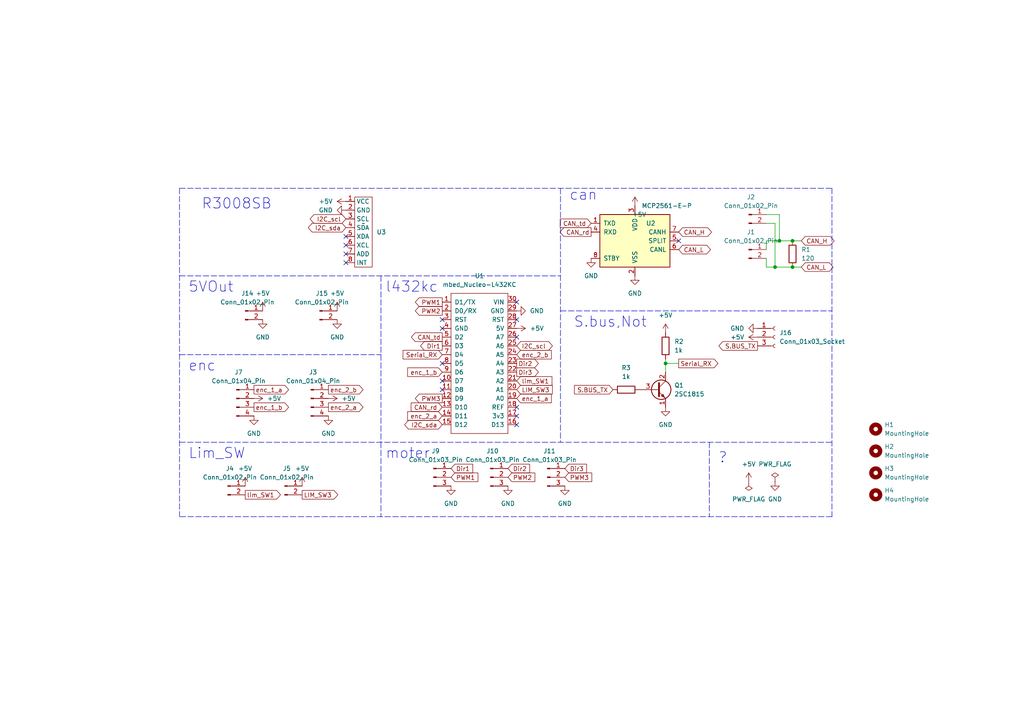
<source format=kicad_sch>
(kicad_sch (version 20230121) (generator eeschema)
  (paper "A4")
  (lib_symbols
    (symbol "Connector:Conn_01x02_Pin" (pin_names (offset 1.016) hide)
      (property "Reference" "J" (at 0 2.54 0))
      (property "Value" "Conn_01x02_Pin" (at 0 -5.08 0))
      (symbol "Conn_01x02_Pin_1_1"
        (polyline (pts (xy 1.27 -2.54) (xy 0.8636 -2.54)) (stroke (width 0.1524)))
        (polyline (pts (xy 1.27 0) (xy 0.8636 0)) (stroke (width 0.1524)))
        (rectangle (start 0.8636 -2.413) (end 0 -2.667) (stroke (width 0.1524)) (fill (type outline)))
        (rectangle (start 0.8636 0.127) (end 0 -0.127) (stroke (width 0.1524)) (fill (type outline)))
        (pin passive line (at 5.08 0 180) (length 3.81) (name "Pin_1") (number "1"))
        (pin passive line (at 5.08 -2.54 180) (length 3.81) (name "Pin_2") (number "2"))
      )
    )
    (symbol "Connector:Conn_01x03_Pin" (pin_names (offset 1.016) hide)
      (property "Reference" "J" (at 0 5.08 0))
      (property "Value" "Conn_01x03_Pin" (at 0 -5.08 0))
      (symbol "Conn_01x03_Pin_1_1"
        (polyline (pts (xy 1.27 -2.54) (xy 0.8636 -2.54)) (stroke (width 0.1524)))
        (polyline (pts (xy 1.27 0) (xy 0.8636 0)) (stroke (width 0.1524)))
        (polyline (pts (xy 1.27 2.54) (xy 0.8636 2.54)) (stroke (width 0.1524)))
        (rectangle (start 0.8636 -2.413) (end 0 -2.667) (stroke (width 0.1524)) (fill (type outline)))
        (rectangle (start 0.8636 0.127) (end 0 -0.127) (stroke (width 0.1524)) (fill (type outline)))
        (rectangle (start 0.8636 2.667) (end 0 2.413) (stroke (width 0.1524)) (fill (type outline)))
        (pin passive line (at 5.08 2.54 180) (length 3.81) (name "Pin_1") (number "1"))
        (pin passive line (at 5.08 0 180) (length 3.81) (name "Pin_2") (number "2"))
        (pin passive line (at 5.08 -2.54 180) (length 3.81) (name "Pin_3") (number "3"))
      )
    )
    (symbol "Connector:Conn_01x03_Socket" (pin_names (offset 1.016) hide)
      (property "Reference" "J" (at 0 5.08 0))
      (property "Value" "Conn_01x03_Socket" (at 0 -5.08 0))
      (symbol "Conn_01x03_Socket_1_1"
        (arc (start 0 -2.032) (mid -0.5058 -2.54) (end 0 -3.048) (stroke (width 0.1524)))
        (polyline (pts (xy -1.27 -2.54) (xy -0.508 -2.54)) (stroke (width 0.1524)))
        (polyline (pts (xy -1.27 0) (xy -0.508 0)) (stroke (width 0.1524)))
        (polyline (pts (xy -1.27 2.54) (xy -0.508 2.54)) (stroke (width 0.1524)))
        (arc (start 0 0.508) (mid -0.5058 0) (end 0 -0.508) (stroke (width 0.1524)))
        (arc (start 0 3.048) (mid -0.5058 2.54) (end 0 2.032) (stroke (width 0.1524)))
        (pin passive line (at -5.08 2.54 0) (length 3.81) (name "Pin_1") (number "1"))
        (pin passive line (at -5.08 0 0) (length 3.81) (name "Pin_2") (number "2"))
        (pin passive line (at -5.08 -2.54 0) (length 3.81) (name "Pin_3") (number "3"))
      )
    )
    (symbol "Connector:Conn_01x04_Pin" (pin_names (offset 1.016) hide)
      (property "Reference" "J" (at 0 5.08 0))
      (property "Value" "Conn_01x04_Pin" (at 0 -7.62 0))
      (symbol "Conn_01x04_Pin_1_1"
        (polyline (pts (xy 1.27 -5.08) (xy 0.8636 -5.08)) (stroke (width 0.1524)))
        (polyline (pts (xy 1.27 -2.54) (xy 0.8636 -2.54)) (stroke (width 0.1524)))
        (polyline (pts (xy 1.27 0) (xy 0.8636 0)) (stroke (width 0.1524)))
        (polyline (pts (xy 1.27 2.54) (xy 0.8636 2.54)) (stroke (width 0.1524)))
        (rectangle (start 0.8636 -4.953) (end 0 -5.207) (stroke (width 0.1524)) (fill (type outline)))
        (rectangle (start 0.8636 -2.413) (end 0 -2.667) (stroke (width 0.1524)) (fill (type outline)))
        (rectangle (start 0.8636 0.127) (end 0 -0.127) (stroke (width 0.1524)) (fill (type outline)))
        (rectangle (start 0.8636 2.667) (end 0 2.413) (stroke (width 0.1524)) (fill (type outline)))
        (pin passive line (at 5.08 2.54 180) (length 3.81) (name "Pin_1") (number "1"))
        (pin passive line (at 5.08 0 180) (length 3.81) (name "Pin_2") (number "2"))
        (pin passive line (at 5.08 -2.54 180) (length 3.81) (name "Pin_3") (number "3"))
        (pin passive line (at 5.08 -5.08 180) (length 3.81) (name "Pin_4") (number "4"))
      )
    )
    (symbol "Device:R" (pin_numbers hide) (pin_names (offset 0))
      (property "Reference" "R" (at 2.032 0 90))
      (property "Value" "R" (at 0 0 90))
      (symbol "R_0_1"
        (rectangle (start -1.016 -2.54) (end 1.016 2.54) (stroke (width 0.254)))
      )
      (symbol "R_1_1"
        (pin passive line (at 0 3.81 270) (length 1.27) (name "~") (number "1"))
        (pin passive line (at 0 -3.81 90) (length 1.27) (name "~") (number "2"))
      )
    )
    (symbol "Interface_CAN_LIN:MCP2561-E-P" (pin_names (offset 1.016))
      (property "Reference" "U" (at -10.16 8.89 0))
      (property "Value" "MCP2561-E-P" (at 2.54 8.89 0))
      (symbol "MCP2561-E-P_0_1"
        (rectangle (start -10.16 7.62) (end 10.16 -7.62) (stroke (width 0.254)) (fill (type background)))
      )
      (symbol "MCP2561-E-P_1_1"
        (pin input line (at -12.7 5.08 0) (length 2.54) (name "TXD") (number "1"))
        (pin power_in line (at 0 -10.16 90) (length 2.54) (name "VSS") (number "2"))
        (pin power_in line (at 0 10.16 270) (length 2.54) (name "VDD") (number "3"))
        (pin output line (at -12.7 2.54 0) (length 2.54) (name "RXD") (number "4"))
        (pin passive line (at 12.7 0 180) (length 2.54) (name "SPLIT") (number "5"))
        (pin bidirectional line (at 12.7 -2.54 180) (length 2.54) (name "CANL") (number "6"))
        (pin bidirectional line (at 12.7 2.54 180) (length 2.54) (name "CANH") (number "7"))
        (pin input line (at -12.7 -5.08 0) (length 2.54) (name "STBY") (number "8"))
      )
    )
    (symbol "MPU6050:MPU6050"
      (property "Reference" "U" (at 0 12.7 0))
      (symbol "MPU6050_0_1"
        (polyline (pts (xy 2.54 11.43) (xy 2.54 -8.89) (xy -2.54 -8.89) (xy -2.54 11.43) (xy 2.54 11.43)))
      )
      (symbol "MPU6050_1_1"
        (pin power_in line (at -5.08 10.16 0) (length 2.54) (name "VCC") (number "1"))
        (pin output line (at -5.08 7.62 0) (length 2.54) (name "GND") (number "2"))
        (pin bidirectional line (at -5.08 5.08 0) (length 2.54) (name "SCL") (number "3"))
        (pin bidirectional line (at -5.08 2.54 0) (length 2.54) (name "SDA") (number "4"))
        (pin passive line (at -5.08 0 0) (length 2.54) (name "XDA") (number "5"))
        (pin passive line (at -5.08 -2.54 0) (length 2.54) (name "XCL") (number "6"))
        (pin passive line (at -5.08 -5.08 0) (length 2.54) (name "ADD") (number "7"))
        (pin passive line (at -5.08 -7.62 0) (length 2.54) (name "INT") (number "8"))
      )
    )
    (symbol "Mechanical:MountingHole" (pin_names (offset 1.016))
      (property "Reference" "H" (at 0 5.08 0))
      (property "Value" "MountingHole" (at 0 3.175 0))
      (symbol "MountingHole_0_1"
        (circle (center 0 0) (radius 1.27) (stroke (width 1.27)))
      )
    )
    (symbol "Slave2022-rescue:Nucleo-L432KC-mbed" (pin_names (offset 1.016))
      (property "Reference" "U" (at 0 21.59 0))
      (property "Value" "mbed_Nucleo-L432KC" (at 0 24.13 0))
      (symbol "Nucleo-L432KC-mbed_0_1"
        (rectangle (start -8.89 -20.32) (end 7.62 -20.32))
        (rectangle (start -8.89 20.32) (end -8.89 -20.32))
        (rectangle (start 7.62 -20.32) (end 7.62 20.32))
        (rectangle (start 7.62 20.32) (end -8.89 20.32))
      )
      (symbol "Nucleo-L432KC-mbed_1_1"
        (pin output line (at -11.43 17.78 0) (length 2.54) (name "D1/TX") (number "1"))
        (pin bidirectional line (at -11.43 -5.08 0) (length 2.54) (name "D7") (number "10"))
        (pin bidirectional line (at -11.43 -7.62 0) (length 2.54) (name "D8") (number "11"))
        (pin bidirectional line (at -11.43 -10.16 0) (length 2.54) (name "D9") (number "12"))
        (pin bidirectional line (at -11.43 -12.7 0) (length 2.54) (name "D10") (number "13"))
        (pin bidirectional line (at -11.43 -15.24 0) (length 2.54) (name "D11") (number "14"))
        (pin bidirectional line (at -11.43 -17.78 0) (length 2.54) (name "D12") (number "15"))
        (pin bidirectional line (at 10.16 -17.78 180) (length 2.54) (name "D13") (number "16"))
        (pin bidirectional line (at 10.16 -15.24 180) (length 2.54) (name "3v3") (number "17"))
        (pin bidirectional line (at 10.16 -12.7 180) (length 2.54) (name "REF") (number "18"))
        (pin bidirectional line (at 10.16 -10.16 180) (length 2.54) (name "A0") (number "19"))
        (pin input line (at -11.43 15.24 0) (length 2.54) (name "D0/RX") (number "2"))
        (pin bidirectional line (at 10.16 -7.62 180) (length 2.54) (name "A1") (number "20"))
        (pin bidirectional line (at 10.16 -5.08 180) (length 2.54) (name "A2") (number "21"))
        (pin bidirectional line (at 10.16 -2.54 180) (length 2.54) (name "A3") (number "22"))
        (pin bidirectional line (at 10.16 0 180) (length 2.54) (name "A4") (number "23"))
        (pin bidirectional line (at 10.16 2.54 180) (length 2.54) (name "A5") (number "24"))
        (pin bidirectional line (at 10.16 5.08 180) (length 2.54) (name "A6") (number "25"))
        (pin bidirectional line (at 10.16 7.62 180) (length 2.54) (name "A7") (number "26"))
        (pin power_out line (at 10.16 10.16 180) (length 2.54) (name "5V") (number "27"))
        (pin bidirectional line (at 10.16 12.7 180) (length 2.54) (name "RST") (number "28"))
        (pin bidirectional line (at 10.16 15.24 180) (length 2.54) (name "GND") (number "29"))
        (pin bidirectional line (at -11.43 12.7 0) (length 2.54) (name "RST") (number "3"))
        (pin bidirectional line (at 10.16 17.78 180) (length 2.54) (name "VIN") (number "30"))
        (pin input line (at -11.43 10.16 0) (length 2.54) (name "GND") (number "4"))
        (pin bidirectional line (at -11.43 7.62 0) (length 2.54) (name "D2") (number "5"))
        (pin bidirectional line (at -11.43 5.08 0) (length 2.54) (name "D3") (number "6"))
        (pin bidirectional line (at -11.43 2.54 0) (length 2.54) (name "D4") (number "7"))
        (pin bidirectional line (at -11.43 0 0) (length 2.54) (name "D5") (number "8"))
        (pin bidirectional line (at -11.43 -2.54 0) (length 2.54) (name "D6") (number "9"))
      )
    )
    (symbol "Transistor_BJT:2SC1815" (pin_names (offset 0) hide)
      (property "Reference" "Q" (at 5.08 1.905 0))
      (property "Value" "2SC1815" (at 5.08 0 0))
      (symbol "2SC1815_0_1"
        (polyline (pts (xy 0 0) (xy 0.508 0)))
        (polyline (pts (xy 0.635 0.635) (xy 2.54 2.54)))
        (polyline (pts (xy 0.635 -0.635) (xy 2.54 -2.54) (xy 2.54 -2.54)))
        (polyline (pts (xy 0.635 1.905) (xy 0.635 -1.905) (xy 0.635 -1.905)) (stroke (width 0.508)))
        (polyline (pts (xy 1.27 -1.778) (xy 1.778 -1.27) (xy 2.286 -2.286) (xy 1.27 -1.778) (xy 1.27 -1.778)) (fill (type outline)))
        (circle (center 1.27 0) (radius 2.8194) (stroke (width 0.254)))
      )
      (symbol "2SC1815_1_1"
        (pin passive line (at 2.54 -5.08 90) (length 2.54) (name "E") (number "1"))
        (pin passive line (at 2.54 5.08 270) (length 2.54) (name "C") (number "2"))
        (pin input line (at -5.08 0 0) (length 5.08) (name "B") (number "3"))
      )
    )
    (symbol "power:+5V" (power) (pin_names (offset 0))
      (property "Value" "+5V" (at 0 3.556 0))
      (symbol "+5V_0_1"
        (polyline (pts (xy -0.762 1.27) (xy 0 2.54)))
        (polyline (pts (xy 0 0) (xy 0 2.54)))
        (polyline (pts (xy 0 2.54) (xy 0.762 1.27)))
      )
      (symbol "+5V_1_1"
        (pin power_in line (at 0 0 90) (length 0) hide (name "+5V") (number "1"))
      )
    )
    (symbol "power:GND" (power) (pin_names (offset 0))
      (property "Value" "GND" (at 0 -3.81 0))
      (symbol "GND_0_1"
        (polyline (pts (xy 0 0) (xy 0 -1.27) (xy 1.27 -1.27) (xy 0 -2.54) (xy -1.27 -1.27) (xy 0 -1.27)))
      )
      (symbol "GND_1_1"
        (pin power_in line (at 0 0 270) (length 0) hide (name "GND") (number "1"))
      )
    )
    (symbol "power:PWR_FLAG" (power) (pin_numbers hide) (pin_names (offset 0) hide)
      (property "Value" "PWR_FLAG" (at 0 3.81 0))
      (symbol "PWR_FLAG_0_0"
        (pin power_out line (at 0 0 90) (length 0) (name "pwr") (number "1"))
      )
      (symbol "PWR_FLAG_0_1"
        (polyline (pts (xy 0 0) (xy 0 1.27) (xy -1.016 1.905) (xy 0 2.54) (xy 1.016 1.905) (xy 0 1.27)))
      )
    )
  )
  (junction (at 224.79 77.47))
  (junction (at 193.04 105.41))
  (junction (at 226.06 69.85))
  (junction (at 229.87 69.85))
  (junction (at 229.87 77.47))
  (no_connect (at 128.27 110.49))
  (no_connect (at 128.27 92.71))
  (no_connect (at 100.33 68.58))
  (no_connect (at 149.86 92.71))
  (no_connect (at 149.86 120.65))
  (no_connect (at 100.33 71.12))
  (no_connect (at 128.27 105.41))
  (no_connect (at 128.27 95.25))
  (no_connect (at 149.86 97.79))
  (no_connect (at 100.33 76.2))
  (no_connect (at 100.33 73.66))
  (no_connect (at 149.86 123.19))
  (no_connect (at 196.85 69.85))
  (no_connect (at 128.27 113.03))
  (no_connect (at 149.86 118.11))
  (no_connect (at 149.86 87.63))
  (wire (pts (xy 232.41 69.85) (xy 229.87 69.85)))
  (wire (pts (xy 222.25 64.77) (xy 224.79 64.77)))
  (polyline (pts (xy 52.07 80.01) (xy 162.56 80.01)) (stroke (width 0) (type dash)))
  (wire (pts (xy 222.25 77.47) (xy 224.79 77.47)))
  (wire (pts (xy 222.25 69.85) (xy 226.06 69.85)))
  (polyline (pts (xy 110.49 80.01) (xy 110.49 102.87)) (stroke (width 0) (type dash)))
  (wire (pts (xy 193.04 104.14) (xy 193.04 105.41)))
  (polyline (pts (xy 52.07 128.27) (xy 241.3 128.27)) (stroke (width 0) (type dash)))
  (polyline (pts (xy 241.3 54.61) (xy 241.3 149.86)) (stroke (width 0) (type dash)))
  (polyline (pts (xy 110.49 128.27) (xy 110.49 149.86)) (stroke (width 0) (type dash)))
  (polyline (pts (xy 52.07 102.87) (xy 110.49 102.87)) (stroke (width 0) (type dash)))
  (wire (pts (xy 193.04 105.41) (xy 193.04 107.95)))
  (polyline (pts (xy 52.07 54.61) (xy 52.07 149.86)) (stroke (width 0) (type dash)))
  (wire (pts (xy 222.25 72.39) (xy 222.25 69.85)))
  (polyline (pts (xy 162.56 54.61) (xy 162.56 128.27)) (stroke (width 0) (type dash)))
  (wire (pts (xy 224.79 77.47) (xy 229.87 77.47)))
  (wire (pts (xy 224.79 64.77) (xy 224.79 77.47)))
  (polyline (pts (xy 52.07 54.61) (xy 241.3 54.61)) (stroke (width 0) (type dash)))
  (wire (pts (xy 232.41 77.47) (xy 229.87 77.47)))
  (wire (pts (xy 222.25 74.93) (xy 222.25 77.47)))
  (wire (pts (xy 226.06 62.23) (xy 226.06 69.85)))
  (polyline (pts (xy 205.74 128.27) (xy 205.74 149.86)) (stroke (width 0) (type dash)))
  (wire (pts (xy 226.06 69.85) (xy 229.87 69.85)))
  (polyline (pts (xy 241.3 149.86) (xy 52.07 149.86)) (stroke (width 0) (type dash)))
  (polyline (pts (xy 162.56 90.17) (xy 241.3 90.17)) (stroke (width 0) (type dash)))
  (wire (pts (xy 196.85 105.41) (xy 193.04 105.41)))
  (wire (pts (xy 222.25 62.23) (xy 226.06 62.23)))
  (polyline (pts (xy 110.49 102.87) (xy 110.49 128.27)) (stroke (width 0) (type dash)))
  (text "Lim_SW" (at 54.61 133.35 0) (effects (font (size 3 3)) (justify left bottom)))
  (text "R3008SB" (at 58.42 60.96 0) (effects (font (size 3 3)) (justify left bottom)))
  (text "moter" (at 111.76 133.35 0) (effects (font (size 3 3)) (justify left bottom)))
  (text "5VOut" (at 54.61 85.09 0) (effects (font (size 3 3)) (justify left bottom)))
  (text "S.bus,Not" (at 166.37 95.25 0) (effects (font (size 3 3)) (justify left bottom)))
  (text "enc" (at 54.61 107.95 0) (effects (font (size 3 3)) (justify left bottom)))
  (text "can" (at 165.1 58.42 0) (effects (font (size 3 3)) (justify left bottom)))
  (text "?" (at 208.28 134.62 0) (effects (font (size 3 3)) (justify left bottom)))
  (text "l432kc" (at 111.76 85.09 0) (effects (font (size 3 3)) (justify left bottom)))
  (global_label "CAN_L" (shape bidirectional) (at 196.85 72.39 0) (property "Intersheetrefs" "${INTERSHEET_REFS}" (effects hide)))
  (global_label "PWM1" (shape output) (at 128.27 87.63 180) (property "Intersheetrefs" "${INTERSHEET_REFS}" (effects hide)))
  (global_label "LIM_SW3" (shape input) (at 149.86 113.03 0) (property "Intersheetrefs" "${INTERSHEET_REFS}" (effects hide)))
  (global_label "CAN_td" (shape output) (at 128.27 97.79 180) (property "Intersheetrefs" "${INTERSHEET_REFS}" (effects hide)))
  (global_label "PWM3" (shape output) (at 128.27 115.57 180) (property "Intersheetrefs" "${INTERSHEET_REFS}" (effects hide)))
  (global_label "Dir2" (shape input) (at 147.32 135.89 0) (property "Intersheetrefs" "${INTERSHEET_REFS}" (effects hide)))
  (global_label "Dir1" (shape output) (at 128.27 100.33 180) (property "Intersheetrefs" "${INTERSHEET_REFS}" (effects hide)))
  (global_label "LIM_SW3" (shape output) (at 87.63 143.51 0) (property "Intersheetrefs" "${INTERSHEET_REFS}" (effects hide)))
  (global_label "I2C_sda" (shape bidirectional) (at 100.33 66.04 180) (property "Intersheetrefs" "${INTERSHEET_REFS}" (effects hide)))
  (global_label "CAN_rd" (shape output) (at 171.45 67.31 180) (property "Intersheetrefs" "${INTERSHEET_REFS}" (effects hide)))
  (global_label "CAN_td" (shape input) (at 171.45 64.77 180) (property "Intersheetrefs" "${INTERSHEET_REFS}" (effects hide)))
  (global_label "Serial_RX" (shape output) (at 196.85 105.41 0) (property "Intersheetrefs" "${INTERSHEET_REFS}" (effects hide)))
  (global_label "enc_2_a" (shape output) (at 95.25 118.11 0) (property "Intersheetrefs" "${INTERSHEET_REFS}" (effects hide)))
  (global_label "PWM1" (shape input) (at 130.81 138.43 0) (property "Intersheetrefs" "${INTERSHEET_REFS}" (effects hide)))
  (global_label "lim_SW1" (shape input) (at 149.86 110.49 0) (property "Intersheetrefs" "${INTERSHEET_REFS}" (effects hide)))
  (global_label "CAN_L" (shape bidirectional) (at 232.41 77.47 0) (property "Intersheetrefs" "${INTERSHEET_REFS}" (effects hide)))
  (global_label "I2C_sda" (shape bidirectional) (at 128.27 123.19 180) (property "Intersheetrefs" "${INTERSHEET_REFS}" (effects hide)))
  (global_label "S.BUS_TX" (shape output) (at 219.71 100.33 180) (property "Intersheetrefs" "${INTERSHEET_REFS}" (effects hide)))
  (global_label "PWM2" (shape output) (at 128.27 90.17 180) (property "Intersheetrefs" "${INTERSHEET_REFS}" (effects hide)))
  (global_label "CAN_H" (shape bidirectional) (at 232.41 69.85 0) (property "Intersheetrefs" "${INTERSHEET_REFS}" (effects hide)))
  (global_label "enc_1_b" (shape input) (at 128.27 107.95 180) (property "Intersheetrefs" "${INTERSHEET_REFS}" (effects hide)))
  (global_label "Dir3" (shape output) (at 149.86 107.95 0) (property "Intersheetrefs" "${INTERSHEET_REFS}" (effects hide)))
  (global_label "PWM2" (shape input) (at 147.32 138.43 0) (property "Intersheetrefs" "${INTERSHEET_REFS}" (effects hide)))
  (global_label "enc_1_a" (shape output) (at 73.66 113.03 0) (property "Intersheetrefs" "${INTERSHEET_REFS}" (effects hide)))
  (global_label "I2C_scl" (shape bidirectional) (at 149.86 100.33 0) (property "Intersheetrefs" "${INTERSHEET_REFS}" (effects hide)))
  (global_label "CAN_H" (shape bidirectional) (at 196.85 67.31 0) (property "Intersheetrefs" "${INTERSHEET_REFS}" (effects hide)))
  (global_label "Serial_RX" (shape input) (at 128.27 102.87 180) (property "Intersheetrefs" "${INTERSHEET_REFS}" (effects hide)))
  (global_label "S.BUS_TX" (shape input) (at 177.8 113.03 180) (property "Intersheetrefs" "${INTERSHEET_REFS}" (effects hide)))
  (global_label "Dir1" (shape input) (at 130.81 135.89 0) (property "Intersheetrefs" "${INTERSHEET_REFS}" (effects hide)))
  (global_label "lim_SW1" (shape output) (at 71.12 143.51 0) (property "Intersheetrefs" "${INTERSHEET_REFS}" (effects hide)))
  (global_label "Dir3" (shape input) (at 163.83 135.89 0) (property "Intersheetrefs" "${INTERSHEET_REFS}" (effects hide)))
  (global_label "enc_2_b" (shape output) (at 95.25 113.03 0) (property "Intersheetrefs" "${INTERSHEET_REFS}" (effects hide)))
  (global_label "enc_2_a" (shape input) (at 128.27 120.65 180) (property "Intersheetrefs" "${INTERSHEET_REFS}" (effects hide)))
  (global_label "enc_1_b" (shape output) (at 73.66 118.11 0) (property "Intersheetrefs" "${INTERSHEET_REFS}" (effects hide)))
  (global_label "enc_1_a" (shape input) (at 149.86 115.57 0) (property "Intersheetrefs" "${INTERSHEET_REFS}" (effects hide)))
  (global_label "enc_2_b" (shape input) (at 149.86 102.87 0) (property "Intersheetrefs" "${INTERSHEET_REFS}" (effects hide)))
  (global_label "I2C_scl" (shape bidirectional) (at 100.33 63.5 180) (property "Intersheetrefs" "${INTERSHEET_REFS}" (effects hide)))
  (global_label "CAN_rd" (shape input) (at 128.27 118.11 180) (property "Intersheetrefs" "${INTERSHEET_REFS}" (effects hide)))
  (global_label "Dir2" (shape output) (at 149.86 105.41 0) (property "Intersheetrefs" "${INTERSHEET_REFS}" (effects hide)))
  (global_label "PWM3" (shape input) (at 163.83 138.43 0) (property "Intersheetrefs" "${INTERSHEET_REFS}" (effects hide)))
  (symbol (lib_id "Interface_CAN_LIN:MCP2561-E-P") (at 184.15 69.85 0) (unit 1)
    (property "Reference" "U2" (at 187.3759 64.77 0) (effects (justify left)))
    (property "Value" "MCP2561-E-P" (at 186.1059 59.69 0) (effects (justify left)))
    (property "Footprint" "Package_DIP:DIP-8_W7.62mm" (effects hide))
    (property "Datasheet" "http://ww1.microchip.com/downloads/en/DeviceDoc/25167A.pdf" (effects hide))
  )
  (symbol (lib_id "Connector:Conn_01x02_Pin") (at 82.55 140.97 0) (unit 1)
    (property "Reference" "J5" (at 83.185 135.89 0))
    (property "Value" "Conn_01x02_Pin" (at 83.185 138.43 0))
    (property "Footprint" "Connector_JST:JST_XH_S2B-XH-A_1x02_P2.50mm_Horizontal" (effects hide))
  )
  (symbol (lib_id "power:GND") (at 130.81 140.97 0) (unit 1)
    (property "Reference" "#PWR017" (effects hide))
    (property "Value" "GND" (at 130.81 146.05 0))
  )
  (symbol (lib_id "power:GND") (at 219.71 95.25 270) (unit 1)
    (property "Reference" "#PWR027" (effects hide))
    (property "Value" "GND" (at 215.9 95.25 90) (effects (justify right)))
  )
  (symbol (lib_id "power:PWR_FLAG") (at 217.17 139.7 180) (unit 1)
    (property "Reference" "#FLG02" (effects hide))
    (property "Value" "PWR_FLAG" (at 217.17 144.78 0))
  )
  (symbol (lib_id "Transistor_BJT:2SC1815") (at 190.5 113.03 0) (unit 1)
    (property "Reference" "Q1" (at 195.58 111.76 0) (effects (justify left)))
    (property "Value" "2SC1815" (at 195.58 114.3 0) (effects (justify left)))
    (property "Footprint" "Package_TO_SOT_THT:TO-92_Inline" (effects hide))
    (property "Datasheet" "https://media.digikey.com/pdf/Data%20Sheets/Toshiba%20PDFs/2SC1815.pdf" (effects hide))
  )
  (symbol (lib_id "Connector:Conn_01x02_Pin") (at 217.17 72.39 0) (unit 1)
    (property "Reference" "J1" (at 217.805 67.31 0))
    (property "Value" "Conn_01x02_Pin" (at 217.805 69.85 0))
    (property "Footprint" "Connector_JST:JST_XH_S2B-XH-A_1x02_P2.50mm_Horizontal" (effects hide))
  )
  (symbol (lib_id "Connector:Conn_01x03_Pin") (at 125.73 138.43 0) (unit 1)
    (property "Reference" "J9" (at 126.365 130.81 0))
    (property "Value" "Conn_01x03_Pin" (at 126.365 133.35 0))
    (property "Footprint" "Connector_JST:JST_XH_S3B-XH-A_1x03_P2.50mm_Horizontal" (effects hide))
  )
  (symbol (lib_id "power:+5V") (at 149.86 95.25 270) (unit 1)
    (property "Reference" "#PWR023" (effects hide))
    (property "Value" "+5V" (at 153.67 95.25 90) (effects (justify left)))
  )
  (symbol (lib_id "power:+5V") (at 87.63 140.97 0) (unit 1)
    (property "Reference" "#PWR06" (effects hide))
    (property "Value" "+5V" (at 87.63 135.89 0))
  )
  (symbol (lib_id "power:+5V") (at 184.15 59.69 0) (unit 1)
    (property "Reference" "#PWR01" (effects hide))
    (property "Value" "+5V" (at 185.42 62.23 0))
  )
  (symbol (lib_id "Mechanical:MountingHole") (at 254 130.81 0) (unit 1)
    (property "Reference" "H2" (at 256.54 129.54 0) (effects (justify left)))
    (property "Value" "MountingHole" (at 256.54 132.08 0) (effects (justify left)))
    (property "Footprint" "MountingHole:MountingHole_3.2mm_M3_Pad_Via" (effects hide))
  )
  (symbol (lib_id "power:GND") (at 163.83 140.97 0) (unit 1)
    (property "Reference" "#PWR015" (effects hide))
    (property "Value" "GND" (at 163.83 146.05 0))
  )
  (symbol (lib_id "power:+5V") (at 73.66 115.57 270) (unit 1)
    (property "Reference" "#PWR08" (effects hide))
    (property "Value" "+5V" (at 77.47 115.57 90) (effects (justify left)))
  )
  (symbol (lib_id "power:+5V") (at 219.71 97.79 90) (unit 1)
    (property "Reference" "#PWR028" (effects hide))
    (property "Value" "+5V" (at 215.9 97.79 90) (effects (justify left)))
  )
  (symbol (lib_id "Connector:Conn_01x02_Pin") (at 92.71 90.17 0) (unit 1)
    (property "Reference" "J15" (at 93.345 85.09 0))
    (property "Value" "Conn_01x02_Pin" (at 93.345 87.63 0))
    (property "Footprint" "Connector_JST:JST_XH_S2B-XH-A_1x02_P2.50mm_Horizontal" (effects hide))
  )
  (symbol (lib_id "power:GND") (at 76.2 92.71 0) (unit 1)
    (property "Reference" "#PWR021" (effects hide))
    (property "Value" "GND" (at 76.2 97.79 0))
  )
  (symbol (lib_id "Connector:Conn_01x02_Pin") (at 71.12 90.17 0) (unit 1)
    (property "Reference" "J14" (at 71.755 85.09 0))
    (property "Value" "Conn_01x02_Pin" (at 71.755 87.63 0))
    (property "Footprint" "Connector_JST:JST_XH_S2B-XH-A_1x02_P2.50mm_Horizontal" (effects hide))
  )
  (symbol (lib_id "power:PWR_FLAG") (at 224.79 139.7 0) (unit 1)
    (property "Reference" "#FLG01" (effects hide))
    (property "Value" "PWR_FLAG" (at 224.79 134.62 0))
  )
  (symbol (lib_id "power:GND") (at 95.25 120.65 0) (unit 1)
    (property "Reference" "#PWR09" (effects hide))
    (property "Value" "GND" (at 95.25 125.73 0))
  )
  (symbol (lib_id "Connector:Conn_01x04_Pin") (at 68.58 115.57 0) (unit 1)
    (property "Reference" "J7" (at 69.215 107.95 0))
    (property "Value" "Conn_01x04_Pin" (at 69.215 110.49 0))
    (property "Footprint" "Connector_JST:JST_XH_S4B-XH-A_1x04_P2.50mm_Horizontal" (effects hide))
  )
  (symbol (lib_id "power:GND") (at 97.79 92.71 0) (unit 1)
    (property "Reference" "#PWR022" (effects hide))
    (property "Value" "GND" (at 97.79 97.79 0))
  )
  (symbol (lib_id "Mechanical:MountingHole") (at 254 137.16 0) (unit 1)
    (property "Reference" "H3" (at 256.54 135.89 0) (effects (justify left)))
    (property "Value" "MountingHole" (at 256.54 138.43 0) (effects (justify left)))
    (property "Footprint" "MountingHole:MountingHole_3.2mm_M3_Pad_Via" (effects hide))
  )
  (symbol (lib_id "Slave2022-rescue:Nucleo-L432KC-mbed") (at 139.7 105.41 0) (unit 1)
    (property "Reference" "U1" (at 139.065 80.01 0))
    (property "Value" "mbed_Nucleo-L432KC" (at 139.065 82.55 0))
    (property "Footprint" "MyFootprint:MODULE_NUCLEO-L432KC" (effects hide))
  )
  (symbol (lib_id "power:GND") (at 193.04 118.11 0) (unit 1)
    (property "Reference" "#PWR025" (effects hide))
    (property "Value" "GND" (at 193.04 123.19 0))
  )
  (symbol (lib_id "Connector:Conn_01x02_Pin") (at 66.04 140.97 0) (unit 1)
    (property "Reference" "J4" (at 66.675 135.89 0))
    (property "Value" "Conn_01x02_Pin" (at 66.675 138.43 0))
    (property "Footprint" "Connector_JST:JST_XH_S2B-XH-A_1x02_P2.50mm_Horizontal" (effects hide))
  )
  (symbol (lib_id "Mechanical:MountingHole") (at 254 124.46 0) (unit 1)
    (property "Reference" "H1" (at 256.54 123.19 0) (effects (justify left)))
    (property "Value" "MountingHole" (at 256.54 125.73 0) (effects (justify left)))
    (property "Footprint" "MountingHole:MountingHole_3.2mm_M3_Pad_Via" (effects hide))
  )
  (symbol (lib_id "Device:R") (at 181.61 113.03 90) (unit 1)
    (property "Reference" "R3" (at 181.61 106.68 90))
    (property "Value" "1k" (at 181.61 109.22 90))
    (property "Footprint" "Resistor_THT:R_Axial_DIN0207_L6.3mm_D2.5mm_P7.62mm_Horizontal" (effects hide))
  )
  (symbol (lib_id "power:GND") (at 184.15 80.01 0) (unit 1)
    (property "Reference" "#PWR03" (effects hide))
    (property "Value" "GND" (at 184.15 85.09 0))
  )
  (symbol (lib_id "power:GND") (at 224.79 139.7 0) (unit 1)
    (property "Reference" "#PWR013" (effects hide))
    (property "Value" "GND" (at 224.79 144.78 0))
  )
  (symbol (lib_id "Connector:Conn_01x03_Socket") (at 224.79 97.79 0) (unit 1)
    (property "Reference" "J16" (at 226.06 96.52 0) (effects (justify left)))
    (property "Value" "Conn_01x03_Socket" (at 226.06 99.06 0) (effects (justify left)))
    (property "Footprint" "MyFootprint:R3008SB" (effects hide))
  )
  (symbol (lib_id "Device:R") (at 229.87 73.66 0) (unit 1)
    (property "Reference" "R1" (at 232.41 72.39 0) (effects (justify left)))
    (property "Value" "120" (at 232.41 74.93 0) (effects (justify left)))
    (property "Footprint" "Resistor_THT:R_Axial_DIN0207_L6.3mm_D2.5mm_P7.62mm_Horizontal" (effects hide))
  )
  (symbol (lib_id "power:+5V") (at 71.12 140.97 0) (unit 1)
    (property "Reference" "#PWR05" (effects hide))
    (property "Value" "+5V" (at 71.12 135.89 0))
  )
  (symbol (lib_id "power:GND") (at 171.45 74.93 0) (unit 1)
    (property "Reference" "#PWR02" (effects hide))
    (property "Value" "GND" (at 171.45 80.01 0))
  )
  (symbol (lib_id "power:GND") (at 149.86 90.17 90) (unit 1)
    (property "Reference" "#PWR024" (effects hide))
    (property "Value" "GND" (at 153.67 90.17 90) (effects (justify right)))
  )
  (symbol (lib_id "power:+5V") (at 217.17 139.7 0) (unit 1)
    (property "Reference" "#PWR012" (effects hide))
    (property "Value" "+5V" (at 217.17 134.62 0))
  )
  (symbol (lib_id "Connector:Conn_01x04_Pin") (at 90.17 115.57 0) (unit 1)
    (property "Reference" "J3" (at 90.805 107.95 0))
    (property "Value" "Conn_01x04_Pin" (at 90.805 110.49 0))
    (property "Footprint" "Connector_JST:JST_XH_S4B-XH-A_1x04_P2.50mm_Horizontal" (effects hide))
  )
  (symbol (lib_id "power:GND") (at 147.32 140.97 0) (unit 1)
    (property "Reference" "#PWR016" (effects hide))
    (property "Value" "GND" (at 147.32 146.05 0))
  )
  (symbol (lib_id "power:+5V") (at 76.2 90.17 0) (unit 1)
    (property "Reference" "#PWR019" (effects hide))
    (property "Value" "+5V" (at 76.2 85.09 0))
  )
  (symbol (lib_id "power:GND") (at 100.33 60.96 270) (unit 1)
    (property "Reference" "#PWR029" (effects hide))
    (property "Value" "GND" (at 96.52 60.96 90) (effects (justify right)))
  )
  (symbol (lib_id "MPU6050:MPU6050") (at 105.41 68.58 0) (unit 1)
    (property "Reference" "U3" (at 109.22 67.31 0) (effects (justify left)))
    (property "Value" "~" (at 105.41 64.77 0))
    (property "Footprint" "MyFootprint:MPU6050" (effects hide))
  )
  (symbol (lib_id "Mechanical:MountingHole") (at 254 143.51 0) (unit 1)
    (property "Reference" "H4" (at 256.54 142.24 0) (effects (justify left)))
    (property "Value" "MountingHole" (at 256.54 144.78 0) (effects (justify left)))
    (property "Footprint" "MountingHole:MountingHole_3.2mm_M3_Pad_Via" (effects hide))
  )
  (symbol (lib_id "Connector:Conn_01x03_Pin") (at 142.24 138.43 0) (unit 1)
    (property "Reference" "J10" (at 142.875 130.81 0))
    (property "Value" "Conn_01x03_Pin" (at 142.875 133.35 0))
    (property "Footprint" "Connector_JST:JST_XH_S3B-XH-A_1x03_P2.50mm_Horizontal" (effects hide))
  )
  (symbol (lib_id "power:+5V") (at 97.79 90.17 0) (unit 1)
    (property "Reference" "#PWR020" (effects hide))
    (property "Value" "+5V" (at 97.79 85.09 0))
  )
  (symbol (lib_id "power:+5V") (at 100.33 58.42 90) (unit 1)
    (property "Reference" "#PWR07" (effects hide))
    (property "Value" "+5V" (at 96.52 58.42 90) (effects (justify left)))
  )
  (symbol (lib_id "Connector:Conn_01x03_Pin") (at 158.75 138.43 0) (unit 1)
    (property "Reference" "J11" (at 159.385 130.81 0))
    (property "Value" "Conn_01x03_Pin" (at 159.385 133.35 0))
    (property "Footprint" "Connector_JST:JST_XH_S3B-XH-A_1x03_P2.50mm_Horizontal" (effects hide))
  )
  (symbol (lib_id "power:+5V") (at 95.25 115.57 270) (unit 1)
    (property "Reference" "#PWR04" (effects hide))
    (property "Value" "+5V" (at 99.06 115.57 90) (effects (justify left)))
  )
  (symbol (lib_id "power:GND") (at 73.66 120.65 0) (unit 1)
    (property "Reference" "#PWR010" (effects hide))
    (property "Value" "GND" (at 73.66 125.73 0))
  )
  (symbol (lib_id "Connector:Conn_01x02_Pin") (at 217.17 62.23 0) (unit 1)
    (property "Reference" "J2" (at 217.805 57.15 0))
    (property "Value" "Conn_01x02_Pin" (at 217.805 59.69 0))
    (property "Footprint" "Connector_JST:JST_XH_S2B-XH-A_1x02_P2.50mm_Horizontal" (effects hide))
  )
  (symbol (lib_id "Device:R") (at 193.04 100.33 0) (unit 1)
    (property "Reference" "R2" (at 195.58 99.06 0) (effects (justify left)))
    (property "Value" "1k" (at 195.58 101.6 0) (effects (justify left)))
    (property "Footprint" "Resistor_THT:R_Axial_DIN0207_L6.3mm_D2.5mm_P7.62mm_Horizontal" (effects hide))
  )
  (symbol (lib_id "power:+5V") (at 193.04 96.52 0) (unit 1)
    (property "Reference" "#PWR026" (effects hide))
    (property "Value" "+5V" (at 193.04 91.44 0))
  )
)
</source>
